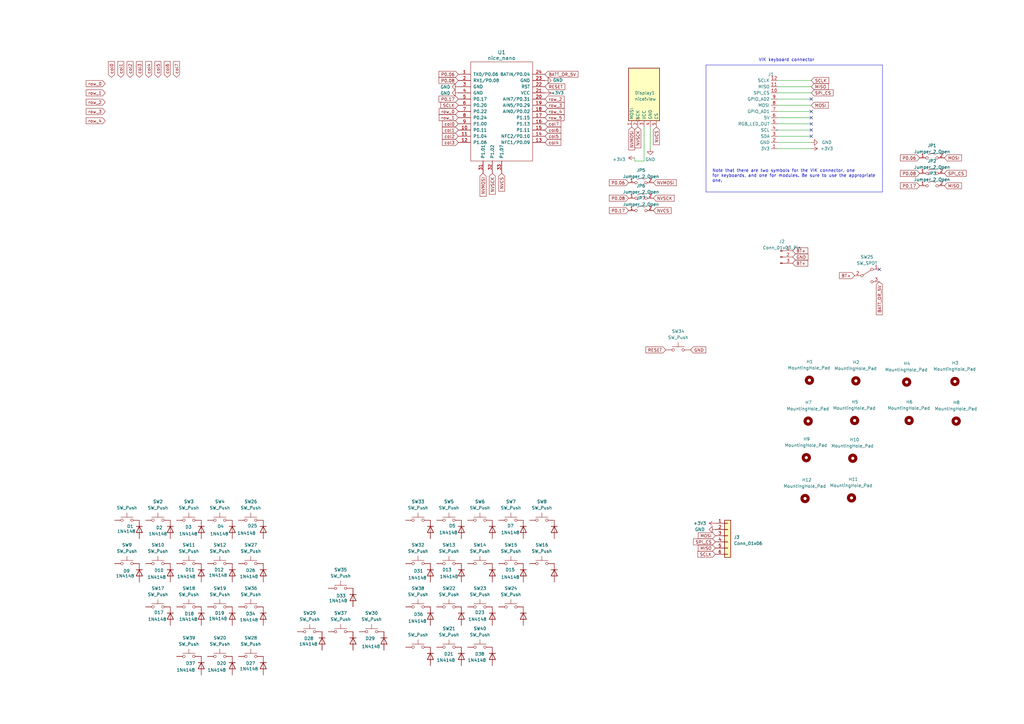
<source format=kicad_sch>
(kicad_sch (version 20231120) (generator "eeschema") (generator_version "8.0")
  (paper "A3")
  (lib_symbols
    (symbol "Connector:Conn_01x03_Pin" (pin_names (offset 1.016) hide)
      (property "Reference" "J" (at 0 5.08 0))
      (property "Value" "Conn_01x03_Pin" (at 0 -5.08 0))
      (symbol "Conn_01x03_Pin_1_1"
        (polyline (pts (xy 1.27 -2.54) (xy 0.8636 -2.54)) (stroke (width 0.1524)))
        (polyline (pts (xy 1.27 0) (xy 0.8636 0)) (stroke (width 0.1524)))
        (polyline (pts (xy 1.27 2.54) (xy 0.8636 2.54)) (stroke (width 0.1524)))
        (rectangle (start 0.8636 -2.413) (end 0 -2.667) (stroke (width 0.1524)) (fill (type outline)))
        (rectangle (start 0.8636 0.127) (end 0 -0.127) (stroke (width 0.1524)) (fill (type outline)))
        (rectangle (start 0.8636 2.667) (end 0 2.413) (stroke (width 0.1524)) (fill (type outline)))
        (pin passive line (at 5.08 2.54 180) (length 3.81) (name "Pin_1") (number "1"))
        (pin passive line (at 5.08 0 180) (length 3.81) (name "Pin_2") (number "2"))
        (pin passive line (at 5.08 -2.54 180) (length 3.81) (name "Pin_3") (number "3"))
      )
    )
    (symbol "Connector_Generic:Conn_01x06" (pin_names (offset 1.016) hide)
      (property "Reference" "J" (at 0 7.62 0))
      (property "Value" "Conn_01x06" (at 0 -10.16 0))
      (symbol "Conn_01x06_1_1"
        (rectangle (start -1.27 -7.493) (end 0 -7.747) (stroke (width 0.1524)))
        (rectangle (start -1.27 -4.953) (end 0 -5.207) (stroke (width 0.1524)))
        (rectangle (start -1.27 -2.413) (end 0 -2.667) (stroke (width 0.1524)))
        (rectangle (start -1.27 0.127) (end 0 -0.127) (stroke (width 0.1524)))
        (rectangle (start -1.27 2.667) (end 0 2.413) (stroke (width 0.1524)))
        (rectangle (start -1.27 5.207) (end 0 4.953) (stroke (width 0.1524)))
        (rectangle (start -1.27 6.35) (end 1.27 -8.89) (stroke (width 0.254)) (fill (type background)))
        (pin passive line (at -5.08 5.08 0) (length 3.81) (name "Pin_1") (number "1"))
        (pin passive line (at -5.08 2.54 0) (length 3.81) (name "Pin_2") (number "2"))
        (pin passive line (at -5.08 0 0) (length 3.81) (name "Pin_3") (number "3"))
        (pin passive line (at -5.08 -2.54 0) (length 3.81) (name "Pin_4") (number "4"))
        (pin passive line (at -5.08 -5.08 0) (length 3.81) (name "Pin_5") (number "5"))
        (pin passive line (at -5.08 -7.62 0) (length 3.81) (name "Pin_6") (number "6"))
      )
    )
    (symbol "Jumper:Jumper_2_Open" (pin_names (offset 0) hide)
      (property "Reference" "JP" (at 0 2.794 0))
      (property "Value" "Jumper_2_Open" (at 0 -2.286 0))
      (symbol "Jumper_2_Open_0_0"
        (circle (center -2.032 0) (radius 0.508))
        (circle (center 2.032 0) (radius 0.508))
      )
      (symbol "Jumper_2_Open_0_1"
        (arc (start 1.524 1.27) (mid 0 1.778) (end -1.524 1.27))
      )
      (symbol "Jumper_2_Open_1_1"
        (pin passive line (at -5.08 0 0) (length 2.54) (name "A") (number "1"))
        (pin passive line (at 5.08 0 180) (length 2.54) (name "B") (number "2"))
      )
    )
    (symbol "Mechanical:MountingHole" (pin_names (offset 1.016))
      (property "Reference" "H" (at 0 5.08 0))
      (property "Value" "MountingHole" (at 0 3.175 0))
      (symbol "MountingHole_0_1"
        (circle (center 0 0) (radius 1.27) (stroke (width 1.27)))
      )
    )
    (symbol "Switch:SW_Push" (pin_numbers hide) (pin_names (offset 1.016) hide)
      (property "Reference" "SW" (at 1.27 2.54 0))
      (property "Value" "SW_Push" (at 0 -1.524 0))
      (symbol "SW_Push_0_1"
        (circle (center -2.032 0) (radius 0.508))
        (polyline (pts (xy 0 1.27) (xy 0 3.048)))
        (polyline (pts (xy 2.54 1.27) (xy -2.54 1.27)))
        (circle (center 2.032 0) (radius 0.508))
        (pin passive line (at -5.08 0 0) (length 2.54) (name "1") (number "1"))
        (pin passive line (at 5.08 0 180) (length 2.54) (name "2") (number "2"))
      )
    )
    (symbol "Switch:SW_SPDT" (pin_names (offset 0) hide)
      (property "Reference" "SW" (at 0 4.318 0))
      (property "Value" "SW_SPDT" (at 0 -5.08 0))
      (symbol "SW_SPDT_0_0"
        (circle (center -2.032 0) (radius 0.508))
        (circle (center 2.032 -2.54) (radius 0.508))
      )
      (symbol "SW_SPDT_0_1"
        (polyline (pts (xy -1.524 0.254) (xy 1.651 2.286)))
        (circle (center 2.032 2.54) (radius 0.508))
      )
      (symbol "SW_SPDT_1_1"
        (pin passive line (at 5.08 2.54 180) (length 2.54) (name "A") (number "1"))
        (pin passive line (at -5.08 0 0) (length 2.54) (name "B") (number "2"))
        (pin passive line (at 5.08 -2.54 180) (length 2.54) (name "C") (number "3"))
      )
    )
    (symbol "alaa:Diode_1N4148" (pin_numbers hide) (pin_names (offset 1.016) hide)
      (property "Reference" "D4" (at 2.54 1.2701 90))
      (property "Value" "Diode_1N4148" (at 2.54 -1.2699 90))
      (symbol "Diode_1N4148_0_1"
        (polyline (pts (xy -1.27 1.27) (xy -1.27 -1.27)) (stroke (width 0.254)))
        (polyline (pts (xy 1.27 0) (xy -1.27 0)))
        (polyline (pts (xy 1.27 1.27) (xy 1.27 -1.27) (xy -1.27 0) (xy 1.27 1.27)) (stroke (width 0.254)))
      )
      (symbol "Diode_1N4148_1_1"
        (pin passive line (at -3.81 0 0) (length 2.54) (name "K") (number "1"))
        (pin passive line (at 3.81 0 180) (length 2.54) (name "A") (number "2"))
      )
    )
    (symbol "nice_nano:nice_nano" (pin_names (offset 1.016))
      (property "Reference" "U" (at 0 0 0))
      (property "Value" "nice_nano" (at 0 2.54 0))
      (symbol "nice_nano_0_1"
        (rectangle (start -12.7 -21.59) (end 12.7 19.05))
      )
      (symbol "nice_nano_1_1"
        (pin input line (at -17.78 13.97 0) (length 5.08) (name "TX0/P0.06") (number "1"))
        (pin input line (at -17.78 -8.89 0) (length 5.08) (name "P0.11") (number "10"))
        (pin input line (at -17.78 -11.43 0) (length 5.08) (name "P1.04") (number "11"))
        (pin input line (at -17.78 -13.97 0) (length 5.08) (name "P1.06") (number "12"))
        (pin input line (at 17.78 -13.97 180) (length 5.08) (name "NFC1/P0.09") (number "13"))
        (pin input line (at 17.78 -11.43 180) (length 5.08) (name "NFC2/P0.10") (number "14"))
        (pin input line (at 17.78 -8.89 180) (length 5.08) (name "P1.11") (number "15"))
        (pin input line (at 17.78 -6.35 180) (length 5.08) (name "P1.13") (number "16"))
        (pin input line (at 17.78 -3.81 180) (length 5.08) (name "P1.15") (number "17"))
        (pin input line (at 17.78 -1.27 180) (length 5.08) (name "AIN0/P0.02") (number "18"))
        (pin input line (at 17.78 1.27 180) (length 5.08) (name "AIN5/P0.29") (number "19"))
        (pin input line (at -17.78 11.43 0) (length 5.08) (name "RX1/P0.08") (number "2"))
        (pin input line (at 17.78 3.81 180) (length 5.08) (name "AIN7/P0.31") (number "20"))
        (pin input line (at 17.78 6.35 180) (length 5.08) (name "VCC") (number "21"))
        (pin input line (at 17.78 8.89 180) (length 5.08) (name "RST") (number "22"))
        (pin input line (at 17.78 11.43 180) (length 5.08) (name "GND") (number "23"))
        (pin input line (at 17.78 13.97 180) (length 5.08) (name "BATIN/P0.04") (number "24"))
        (pin input line (at -17.78 8.89 0) (length 5.08) (name "GND") (number "3"))
        (pin input line (at -7.62 -26.67 90) (length 5.08) (name "P1.01") (number "31"))
        (pin input line (at -3.81 -26.67 90) (length 5.08) (name "P1.02") (number "32"))
        (pin input line (at 0 -26.67 90) (length 5.08) (name "P1.07") (number "33"))
        (pin input line (at -17.78 6.35 0) (length 5.08) (name "GND") (number "4"))
        (pin input line (at -17.78 3.81 0) (length 5.08) (name "P0.17") (number "5"))
        (pin input line (at -17.78 1.27 0) (length 5.08) (name "P0.20") (number "6"))
        (pin input line (at -17.78 -1.27 0) (length 5.08) (name "P0.22") (number "7"))
        (pin input line (at -17.78 -3.81 0) (length 5.08) (name "P0.24") (number "8"))
        (pin input line (at -17.78 -6.35 0) (length 5.08) (name "P1.00") (number "9"))
      )
    )
    (symbol "nice_view:nice!view"
      (property "Reference" "Display" (at 0 12.7 0))
      (property "Value" "nice!view" (at 0 0 0))
      (symbol "nice!view_0_1"
        (rectangle (start -6.35 11.43) (end 6.35 -10.16) (stroke (width 0.254)) (fill (type background)))
      )
      (symbol "nice!view_1_1"
        (pin input line (at -5.08 -12.7 90) (length 2.54) (name "MOSI") (number "1"))
        (pin input clock (at -2.54 -12.7 90) (length 2.54) (name "SCK") (number "2"))
        (pin power_in line (at 0 -12.7 90) (length 2.54) (name "VCC") (number "3"))
        (pin power_out line (at 2.54 -12.7 90) (length 2.54) (name "GND") (number "4"))
        (pin passive line (at 5.08 -12.7 90) (length 2.54) (name "CS") (number "5"))
      )
    )
    (symbol "power:+3.3V" (power) (pin_names (offset 0))
      (property "Value" "+3.3V" (at 0 3.556 0))
      (symbol "+3.3V_0_1"
        (polyline (pts (xy -0.762 1.27) (xy 0 2.54)))
        (polyline (pts (xy 0 0) (xy 0 2.54)))
        (polyline (pts (xy 0 2.54) (xy 0.762 1.27)))
      )
      (symbol "+3.3V_1_1"
        (pin power_in line (at 0 0 90) (length 0) hide (name "+3V3") (number "1"))
      )
    )
    (symbol "power:+3V3" (power) (pin_names (offset 0))
      (property "Value" "+3V3" (at 0 3.556 0))
      (symbol "+3V3_0_1"
        (polyline (pts (xy -0.762 1.27) (xy 0 2.54)))
        (polyline (pts (xy 0 0) (xy 0 2.54)))
        (polyline (pts (xy 0 2.54) (xy 0.762 1.27)))
      )
      (symbol "+3V3_1_1"
        (pin power_in line (at 0 0 90) (length 0) hide (name "+3V3") (number "1"))
      )
    )
    (symbol "power:GND" (power) (pin_names (offset 0))
      (property "Value" "GND" (at 0 -3.81 0))
      (symbol "GND_0_1"
        (polyline (pts (xy 0 0) (xy 0 -1.27) (xy 1.27 -1.27) (xy 0 -2.54) (xy -1.27 -1.27) (xy 0 -1.27)))
      )
      (symbol "GND_1_1"
        (pin power_in line (at 0 0 270) (length 0) hide (name "GND") (number "1"))
      )
    )
    (symbol "vik:vik-keyboard-connector"
      (property "Reference" "J" (at 0 17.78 0))
      (symbol "vik-keyboard-connector_1_1"
        (pin power_out line (at 0 13.97 0) (length 2.54) (name "3V3") (number "1"))
        (pin output line (at 0 -8.89 0) (length 2.54) (name "SPI_CS") (number "10"))
        (pin output line (at 0 -11.43 0) (length 2.54) (name "MISO") (number "11"))
        (pin output line (at 0 -13.97 0) (length 2.54) (name "SCLK") (number "12"))
        (pin power_out line (at 0 11.43 0) (length 2.54) (name "GND") (number "2"))
        (pin output line (at 0 8.89 0) (length 2.54) (name "SDA") (number "3"))
        (pin output line (at 0 6.35 0) (length 2.54) (name "SCL") (number "4"))
        (pin output line (at 0 3.81 0) (length 2.54) (name "RGB_LED_OUT") (number "5"))
        (pin power_out line (at 0 1.27 0) (length 2.54) (name "5V") (number "6"))
        (pin output line (at 0 -1.27 0) (length 2.54) (name "GPIO_AD1") (number "7"))
        (pin output line (at 0 -3.81 0) (length 2.54) (name "MOSI") (number "8"))
        (pin output line (at 0 -6.35 0) (length 2.54) (name "GPIO_AD2") (number "9"))
      )
    )
  )
  (no_connect (at 332.74 55.88))
  (no_connect (at 332.74 53.34))
  (no_connect (at 332.74 48.26))
  (no_connect (at 360.68 110.49))
  (no_connect (at 332.74 50.8))
  (no_connect (at 332.74 40.64))
  (no_connect (at 332.74 45.72))
  (wire (pts (xy 318.77 40.64) (xy 332.74 40.64)))
  (wire (pts (xy 318.77 33.02) (xy 332.74 33.02)))
  (wire (pts (xy 318.77 58.42) (xy 332.74 58.42)))
  (wire (pts (xy 318.77 45.72) (xy 332.74 45.72)))
  (wire (pts (xy 318.77 48.26) (xy 332.74 48.26)))
  (wire (pts (xy 264.16 52.07) (xy 264.16 66.04)))
  (wire (pts (xy 318.77 53.34) (xy 332.74 53.34)))
  (wire (pts (xy 318.77 60.96) (xy 332.74 60.96)))
  (polyline (pts (xy 289.56 26.67) (xy 361.95 26.67)))
  (polyline (pts (xy 361.95 78.74) (xy 289.56 78.74)))
  (wire (pts (xy 318.77 55.88) (xy 332.74 55.88)))
  (wire (pts (xy 264.16 66.04) (xy 260.35 66.04)))
  (polyline (pts (xy 289.56 26.67) (xy 289.56 78.74)))
  (wire (pts (xy 260.35 66.04) (xy 260.35 64.77)))
  (wire (pts (xy 318.77 50.8) (xy 332.74 50.8)))
  (polyline (pts (xy 361.95 26.67) (xy 361.95 78.74)))
  (wire (pts (xy 266.7 52.07) (xy 266.7 60.96)))
  (wire (pts (xy 318.77 38.1) (xy 332.74 38.1)))
  (wire (pts (xy 318.77 35.56) (xy 332.74 35.56)))
  (wire (pts (xy 318.77 43.18) (xy 332.74 43.18)))
  (text "Note that there are two symbols for the VIK connector, one\nfor keyboards, and one for modules. Be sure to use the appropriate\none." (at 292.1 74.93 0) (effects (font (size 1.27 1.27)) (justify left bottom)))
  (text "VIK keyboard connector" (at 311.15 25.4 0) (effects (font (size 1.27 1.27)) (justify left bottom)))
  (global_label "NVCS" (shape input) (at 205.74 71.12 270) (property "Intersheetrefs" "${INTERSHEET_REFS}" (effects (hide yes))))
  (global_label "P0.17" (shape input) (at 257.81 86.36 180) (property "Intersheetrefs" "${INTERSHEET_REFS}" (effects (hide yes))))
  (global_label "col1" (shape input) (at 49.53 31.75 90) (property "Intersheetrefs" "${INTERSHEET_REFS}" (effects (hide yes))))
  (global_label "row_4" (shape input) (at 223.52 45.72 0) (property "Intersheetrefs" "${INTERSHEET_REFS}" (effects (hide yes))))
  (global_label "row_0" (shape input) (at 43.18 34.29 180) (property "Intersheetrefs" "${INTERSHEET_REFS}" (effects (hide yes))))
  (global_label "P0.06" (shape input) (at 187.96 30.48 180) (property "Intersheetrefs" "${INTERSHEET_REFS}" (effects (hide yes))))
  (global_label "BATT_OR_5V" (shape input) (at 360.68 115.57 270) (property "Intersheetrefs" "${INTERSHEET_REFS}" (effects (hide yes))))
  (global_label "col7" (shape input) (at 223.52 50.8 0) (property "Intersheetrefs" "${INTERSHEET_REFS}" (effects (hide yes))))
  (global_label "GND" (shape input) (at 325.12 105.41 0) (property "Intersheetrefs" "${INTERSHEET_REFS}" (effects (hide yes))))
  (global_label "row_1" (shape input) (at 43.18 38.1 180) (property "Intersheetrefs" "${INTERSHEET_REFS}" (effects (hide yes))))
  (global_label "row_3" (shape input) (at 43.18 45.72 180) (property "Intersheetrefs" "${INTERSHEET_REFS}" (effects (hide yes))))
  (global_label "NVMOSI" (shape input) (at 259.08 52.07 270) (property "Intersheetrefs" "${INTERSHEET_REFS}" (effects (hide yes))))
  (global_label "MISO" (shape input) (at 387.35 76.2 0) (property "Intersheetrefs" "${INTERSHEET_REFS}" (effects (hide yes))))
  (global_label "col6" (shape input) (at 68.58 31.75 90) (property "Intersheetrefs" "${INTERSHEET_REFS}" (effects (hide yes))))
  (global_label "row_4" (shape input) (at 43.18 49.53 180) (property "Intersheetrefs" "${INTERSHEET_REFS}" (effects (hide yes))))
  (global_label "BT+" (shape input) (at 325.12 102.87 0) (property "Intersheetrefs" "${INTERSHEET_REFS}" (effects (hide yes))))
  (global_label "NVMOSI" (shape input) (at 267.97 74.93 0) (property "Intersheetrefs" "${INTERSHEET_REFS}" (effects (hide yes))))
  (global_label "SCLK" (shape input) (at 293.37 227.33 180) (property "Intersheetrefs" "${INTERSHEET_REFS}" (effects (hide yes))))
  (global_label "SPI_CS" (shape input) (at 293.37 222.25 180) (property "Intersheetrefs" "${INTERSHEET_REFS}" (effects (hide yes))))
  (global_label "MOSI" (shape input) (at 293.37 219.71 180) (property "Intersheetrefs" "${INTERSHEET_REFS}" (effects (hide yes))))
  (global_label "SCLK" (shape input) (at 187.96 43.18 180) (property "Intersheetrefs" "${INTERSHEET_REFS}" (effects (hide yes))))
  (global_label "col2" (shape input) (at 187.96 55.88 180) (property "Intersheetrefs" "${INTERSHEET_REFS}" (effects (hide yes))))
  (global_label "col0" (shape input) (at 45.72 31.75 90) (property "Intersheetrefs" "${INTERSHEET_REFS}" (effects (hide yes))))
  (global_label "MOSI" (shape input) (at 387.35 64.77 0) (property "Intersheetrefs" "${INTERSHEET_REFS}" (effects (hide yes))))
  (global_label "row_1" (shape input) (at 187.96 48.26 180) (property "Intersheetrefs" "${INTERSHEET_REFS}" (effects (hide yes))))
  (global_label "MISO" (shape input) (at 332.74 35.56 0) (property "Intersheetrefs" "${INTERSHEET_REFS}" (effects (hide yes))))
  (global_label "MISO" (shape input) (at 293.37 224.79 180) (property "Intersheetrefs" "${INTERSHEET_REFS}" (effects (hide yes))))
  (global_label "P0.08" (shape input) (at 377.19 71.12 180) (property "Intersheetrefs" "${INTERSHEET_REFS}" (effects (hide yes))))
  (global_label "NVCS" (shape input) (at 267.97 86.36 0) (property "Intersheetrefs" "${INTERSHEET_REFS}" (effects (hide yes))))
  (global_label "SPI_CS" (shape input) (at 387.35 71.12 0) (property "Intersheetrefs" "${INTERSHEET_REFS}" (effects (hide yes))))
  (global_label "BT+" (shape input) (at 325.12 107.95 0) (property "Intersheetrefs" "${INTERSHEET_REFS}" (effects (hide yes))))
  (global_label "P0.08" (shape input) (at 187.96 33.02 180) (property "Intersheetrefs" "${INTERSHEET_REFS}" (effects (hide yes))))
  (global_label "P0.17" (shape input) (at 377.19 76.2 180) (property "Intersheetrefs" "${INTERSHEET_REFS}" (effects (hide yes))))
  (global_label "GND" (shape input) (at 283.21 143.51 0) (property "Intersheetrefs" "${INTERSHEET_REFS}" (effects (hide yes))))
  (global_label "BATT_OR_5V" (shape input) (at 223.52 30.48 0) (property "Intersheetrefs" "${INTERSHEET_REFS}" (effects (hide yes))))
  (global_label "SPI_CS" (shape input) (at 332.74 38.1 0) (property "Intersheetrefs" "${INTERSHEET_REFS}" (effects (hide yes))))
  (global_label "col4" (shape input) (at 60.96 31.75 90) (property "Intersheetrefs" "${INTERSHEET_REFS}" (effects (hide yes))))
  (global_label "RESET" (shape input) (at 273.05 143.51 180) (property "Intersheetrefs" "${INTERSHEET_REFS}" (effects (hide yes))))
  (global_label "RESET" (shape input) (at 223.52 35.56 0) (property "Intersheetrefs" "${INTERSHEET_REFS}" (effects (hide yes))))
  (global_label "col7" (shape input) (at 72.39 31.75 90) (property "Intersheetrefs" "${INTERSHEET_REFS}" (effects (hide yes))))
  (global_label "row_0" (shape input) (at 187.96 45.72 180) (property "Intersheetrefs" "${INTERSHEET_REFS}" (effects (hide yes))))
  (global_label "SCLK" (shape input) (at 332.74 33.02 0) (property "Intersheetrefs" "${INTERSHEET_REFS}" (effects (hide yes))))
  (global_label "BT+" (shape input) (at 350.52 113.03 180) (property "Intersheetrefs" "${INTERSHEET_REFS}" (effects (hide yes))))
  (global_label "row_3" (shape input) (at 223.52 43.18 0) (property "Intersheetrefs" "${INTERSHEET_REFS}" (effects (hide yes))))
  (global_label "NVCS" (shape input) (at 269.24 52.07 270) (property "Intersheetrefs" "${INTERSHEET_REFS}" (effects (hide yes))))
  (global_label "P0.17" (shape input) (at 187.96 40.64 180) (property "Intersheetrefs" "${INTERSHEET_REFS}" (effects (hide yes))))
  (global_label "P0.06" (shape input) (at 257.81 74.93 180) (property "Intersheetrefs" "${INTERSHEET_REFS}" (effects (hide yes))))
  (global_label "col4" (shape input) (at 223.52 58.42 0) (property "Intersheetrefs" "${INTERSHEET_REFS}" (effects (hide yes))))
  (global_label "col0" (shape input) (at 187.96 50.8 180) (property "Intersheetrefs" "${INTERSHEET_REFS}" (effects (hide yes))))
  (global_label "col6" (shape input) (at 223.52 53.34 0) (property "Intersheetrefs" "${INTERSHEET_REFS}" (effects (hide yes))))
  (global_label "col1" (shape input) (at 187.96 53.34 180) (property "Intersheetrefs" "${INTERSHEET_REFS}" (effects (hide yes))))
  (global_label "MOSI" (shape input) (at 332.74 43.18 0) (property "Intersheetrefs" "${INTERSHEET_REFS}" (effects (hide yes))))
  (global_label "row_2" (shape input) (at 223.52 40.64 0) (property "Intersheetrefs" "${INTERSHEET_REFS}" (effects (hide yes))))
  (global_label "col5" (shape input) (at 64.77 31.75 90) (property "Intersheetrefs" "${INTERSHEET_REFS}" (effects (hide yes))))
  (global_label "col2" (shape input) (at 53.34 31.75 90) (property "Intersheetrefs" "${INTERSHEET_REFS}" (effects (hide yes))))
  (global_label "NVSCK" (shape input) (at 201.93 71.12 270) (property "Intersheetrefs" "${INTERSHEET_REFS}" (effects (hide yes))))
  (global_label "row_2" (shape input) (at 43.18 41.91 180) (property "Intersheetrefs" "${INTERSHEET_REFS}" (effects (hide yes))))
  (global_label "row_5" (shape input) (at 223.52 48.26 0) (property "Intersheetrefs" "${INTERSHEET_REFS}" (effects (hide yes))))
  (global_label "col3" (shape input) (at 57.15 31.75 90) (property "Intersheetrefs" "${INTERSHEET_REFS}" (effects (hide yes))))
  (global_label "col3" (shape input) (at 187.96 58.42 180) (property "Intersheetrefs" "${INTERSHEET_REFS}" (effects (hide yes))))
  (global_label "P0.08" (shape input) (at 257.81 81.28 180) (property "Intersheetrefs" "${INTERSHEET_REFS}" (effects (hide yes))))
  (global_label "NVMOSI" (shape input) (at 198.12 71.12 270) (property "Intersheetrefs" "${INTERSHEET_REFS}" (effects (hide yes))))
  (global_label "P0.06" (shape input) (at 377.19 64.77 180) (property "Intersheetrefs" "${INTERSHEET_REFS}" (effects (hide yes))))
  (global_label "col5" (shape input) (at 223.52 55.88 0) (property "Intersheetrefs" "${INTERSHEET_REFS}" (effects (hide yes))))
  (global_label "NVSCK" (shape input) (at 267.97 81.28 0) (property "Intersheetrefs" "${INTERSHEET_REFS}" (effects (hide yes))))
  (global_label "NVSCK" (shape input) (at 261.62 52.07 270) (property "Intersheetrefs" "${INTERSHEET_REFS}" (effects (hide yes))))
  (symbol (lib_id "alaa:Diode_1N4148") (at 69.85 217.17 270) (unit 1)
    (property "Reference" "D2" (at 64.008 216.408 90) (effects (justify left)))
    (property "Value" "1N4148" (at 60.96 218.948 90) (effects (justify left)))
    (property "Footprint" "Diode_SMD:D_SOD-123" (effects (hide yes)))
    (property "Datasheet" "https://assets.nexperia.com/documents/data-sheet/1N4148_1N4448.pdf" (effects (hide yes)))
    (property "LCSC" "C8598" (effects (hide yes)))
  )
  (symbol (lib_id "Mechanical:MountingHole") (at 331.978 155.956 0) (unit 1)
    (property "Reference" "H1" (at 330.708 148.336 0) (effects (justify left)))
    (property "Value" "MountingHole_Pad" (at 323.088 150.876 0) (effects (justify left)))
    (property "Footprint" "Alaa:MountingHole_M3" (effects (hide yes)))
  )
  (symbol (lib_id "alaa:Diode_1N4148") (at 107.95 217.17 270) (unit 1)
    (property "Reference" "D25" (at 101.6 215.646 90) (effects (justify left)))
    (property "Value" "1N4148" (at 97.282 218.694 90) (effects (justify left)))
    (property "Footprint" "Diode_SMD:D_SOD-123" (effects (hide yes)))
    (property "Datasheet" "https://assets.nexperia.com/documents/data-sheet/1N4148_1N4448.pdf" (effects (hide yes)))
    (property "LCSC" "C8598" (effects (hide yes)))
  )
  (symbol (lib_id "Switch:SW_Push") (at 77.47 269.24 0) (unit 1)
    (property "Reference" "SW39" (at 77.47 261.62 0))
    (property "Value" "SW_Push" (at 77.47 264.16 0))
    (property "Footprint" "Alaa:Kailh_hotswap_only_MX-CHOC" (effects (hide yes)))
  )
  (symbol (lib_id "Mechanical:MountingHole") (at 351.028 156.21 0) (unit 1)
    (property "Reference" "H2" (at 349.758 148.59 0) (effects (justify left)))
    (property "Value" "MountingHole_Pad" (at 342.138 151.13 0) (effects (justify left)))
    (property "Footprint" "Alaa:MountingHole_M3" (effects (hide yes)))
  )
  (symbol (lib_id "Mechanical:MountingHole") (at 330.2 204.47 0) (unit 1)
    (property "Reference" "H12" (at 328.93 196.85 0) (effects (justify left)))
    (property "Value" "MountingHole_Pad" (at 321.31 199.39 0) (effects (justify left)))
    (property "Footprint" "Alaa:MountingHole_M3" (effects (hide yes)))
  )
  (symbol (lib_id "Switch:SW_Push") (at 184.15 231.14 0) (unit 1)
    (property "Reference" "SW13" (at 184.15 223.52 0))
    (property "Value" "SW_Push" (at 184.15 226.06 0))
    (property "Footprint" "Alaa:Kailh_hotswap_only_MX-CHOC" (effects (hide yes)))
  )
  (symbol (lib_id "vik:vik-keyboard-connector") (at 318.77 46.99 180) (unit 1)
    (property "Reference" "J1" (at 316.23 30.48 0))
    (property "Value" "~" (at 318.77 53.34 0))
    (property "Footprint" "vik:vik-keyboard-connector-horizontal" (effects (hide yes)))
    (property "LCSC" "C479750" (effects (hide yes)))
  )
  (symbol (lib_id "Mechanical:MountingHole") (at 349.758 187.96 0) (unit 1)
    (property "Reference" "H10" (at 348.488 180.34 0) (effects (justify left)))
    (property "Value" "MountingHole_Pad" (at 340.868 182.88 0) (effects (justify left)))
    (property "Footprint" "Alaa:MountingHole_M3" (effects (hide yes)))
  )
  (symbol (lib_id "Switch:SW_Push") (at 196.85 248.92 0) (unit 1)
    (property "Reference" "SW23" (at 196.85 241.3 0))
    (property "Value" "SW_Push" (at 196.85 243.84 0))
    (property "Footprint" "Alaa:Kailh_hotswap_only_MX-CHOC" (effects (hide yes)))
  )
  (symbol (lib_id "power:GND") (at 187.96 38.1 270) (unit 1)
    (property "Reference" "#PWR03" (effects (hide yes)))
    (property "Value" "GND" (at 184.7088 38.227 90) (effects (justify right)))
  )
  (symbol (lib_id "Switch:SW_Push") (at 222.25 213.36 0) (unit 1)
    (property "Reference" "SW8" (at 222.25 205.74 0))
    (property "Value" "SW_Push" (at 222.25 208.28 0))
    (property "Footprint" "Alaa:Kailh_hotswap_only_MX-CHOC" (effects (hide yes)))
  )
  (symbol (lib_id "Jumper:Jumper_2_Open") (at 382.27 76.2 0) (unit 1)
    (property "Reference" "JP3" (at 382.27 71.12 0))
    (property "Value" "Jumper_2_Open" (at 382.27 73.66 0))
    (property "Footprint" "Jumper:SolderJumper-2_P1.3mm_Open_TrianglePad1.0x1.5mm" (effects (hide yes)))
  )
  (symbol (lib_id "alaa:Diode_1N4148") (at 176.53 269.24 270) (unit 1)
    (property "Reference" "D30" (effects (hide yes)))
    (property "Value" "1N4148" (effects (hide yes)))
    (property "Footprint" "Diode_SMD:D_SOD-123" (effects (hide yes)))
    (property "Datasheet" "https://assets.nexperia.com/documents/data-sheet/1N4148_1N4448.pdf" (effects (hide yes)))
    (property "LCSC" "C8598" (effects (hide yes)))
  )
  (symbol (lib_id "Jumper:Jumper_2_Open") (at 262.89 81.28 0) (unit 1)
    (property "Reference" "JP6" (at 262.89 76.2 0))
    (property "Value" "Jumper_2_Open" (at 262.89 78.74 0))
    (property "Footprint" "Jumper:SolderJumper-2_P1.3mm_Open_TrianglePad1.0x1.5mm" (effects (hide yes)))
  )
  (symbol (lib_id "alaa:Diode_1N4148") (at 69.85 234.95 270) (unit 1)
    (property "Reference" "D10" (at 63.246 233.934 90) (effects (justify left)))
    (property "Value" "1N4148" (at 60.452 236.728 90) (effects (justify left)))
    (property "Footprint" "Diode_SMD:D_SOD-123" (effects (hide yes)))
    (property "Datasheet" "https://assets.nexperia.com/documents/data-sheet/1N4148_1N4448.pdf" (effects (hide yes)))
    (property "LCSC" "C8598" (effects (hide yes)))
  )
  (symbol (lib_id "power:+3V3") (at 332.74 60.96 270) (unit 1)
    (property "Reference" "#PWR07" (effects (hide yes)))
    (property "Value" "+3V3" (at 339.09 60.96 90))
  )
  (symbol (lib_id "Switch:SW_Push") (at 102.87 213.36 0) (unit 1)
    (property "Reference" "SW26" (at 102.87 205.74 0))
    (property "Value" "SW_Push" (at 102.87 208.28 0))
    (property "Footprint" "Alaa:Kailh_hotswap_only_MX-CHOC" (effects (hide yes)))
  )
  (symbol (lib_id "power:+3V3") (at 223.52 38.1 270) (unit 1)
    (property "Reference" "#PWR04" (effects (hide yes)))
    (property "Value" "+3V3" (at 228.6 38.1 90))
  )
  (symbol (lib_id "nice_view:nice!view") (at 264.16 39.37 0) (unit 1)
    (property "Reference" "Display1" (at 260.35 38.1031 0) (effects (justify left)))
    (property "Value" "nice!view" (at 260.35 40.64 0) (effects (justify left)))
    (property "Footprint" "Alaa:nice_view" (effects (hide yes)))
    (property "Datasheet" "https://nicekeyboards.com/docs/nice-view/pinout-schematic" (effects (hide yes)))
  )
  (symbol (lib_id "Switch:SW_Push") (at 52.07 213.36 0) (unit 1)
    (property "Reference" "SW1" (effects (hide yes)))
    (property "Value" "SW_Push" (at 52.07 208.28 0))
    (property "Footprint" "Alaa:Kailh_hotswap_only_MX-CHOC" (effects (hide yes)))
  )
  (symbol (lib_id "alaa:Diode_1N4148") (at 95.25 273.05 270) (unit 1)
    (property "Reference" "D20" (at 88.9 272.034 90) (effects (justify left)))
    (property "Value" "1N4148" (at 85.09 274.828 90) (effects (justify left)))
    (property "Footprint" "Diode_SMD:D_SOD-123" (effects (hide yes)))
    (property "Datasheet" "https://assets.nexperia.com/documents/data-sheet/1N4148_1N4448.pdf" (effects (hide yes)))
    (property "LCSC" "C8598" (effects (hide yes)))
  )
  (symbol (lib_id "Connector_Generic:Conn_01x06") (at 298.45 219.71 0) (unit 1)
    (property "Reference" "J3" (at 300.99 220.345 0) (effects (justify left)))
    (property "Value" "Conn_01x06" (at 300.99 222.885 0) (effects (justify left)))
    (property "Footprint" "Connector_PinHeader_2.54mm:PinHeader_1x06_P2.54mm_Vertical" (effects (hide yes)))
  )
  (symbol (lib_id "Switch:SW_Push") (at 171.45 265.43 0) (unit 1)
    (property "Reference" "SW31" (effects (hide yes)))
    (property "Value" "SW_Push" (at 171.45 260.35 0))
    (property "Footprint" "Alaa:Kailh_hotswap_only_MX-CHOC" (effects (hide yes)))
  )
  (symbol (lib_id "Switch:SW_Push") (at 209.55 231.14 0) (unit 1)
    (property "Reference" "SW15" (at 209.55 223.52 0))
    (property "Value" "SW_Push" (at 209.55 226.06 0))
    (property "Footprint" "Alaa:Kailh_hotswap_only_MX-CHOC" (effects (hide yes)))
  )
  (symbol (lib_id "alaa:Diode_1N4148") (at 214.63 217.17 270) (unit 1)
    (property "Reference" "D7" (at 208.026 215.646 90) (effects (justify left)))
    (property "Value" "1N4148" (at 205.486 218.44 90) (effects (justify left)))
    (property "Footprint" "Diode_SMD:D_SOD-123" (effects (hide yes)))
    (property "Datasheet" "https://assets.nexperia.com/documents/data-sheet/1N4148_1N4448.pdf" (effects (hide yes)))
    (property "LCSC" "C8598" (effects (hide yes)))
  )
  (symbol (lib_id "Switch:SW_Push") (at 222.25 231.14 0) (unit 1)
    (property "Reference" "SW16" (at 222.25 223.52 0))
    (property "Value" "SW_Push" (at 222.25 226.06 0))
    (property "Footprint" "Alaa:Kailh_hotswap_only_MX-CHOC" (effects (hide yes)))
  )
  (symbol (lib_id "alaa:Diode_1N4148") (at 201.93 217.17 270) (unit 1)
    (property "Reference" "D6" (effects (hide yes)))
    (property "Value" "1N4148" (effects (hide yes)))
    (property "Footprint" "Diode_SMD:D_SOD-123" (effects (hide yes)))
    (property "Datasheet" "https://assets.nexperia.com/documents/data-sheet/1N4148_1N4448.pdf" (effects (hide yes)))
    (property "LCSC" "C8598" (effects (hide yes)))
  )
  (symbol (lib_id "Switch:SW_Push") (at 139.7 241.3 0) (unit 1)
    (property "Reference" "SW35" (at 139.7 233.68 0))
    (property "Value" "SW_Push" (at 139.7 236.22 0))
    (property "Footprint" "Alaa:Kailh_hotswap_only_MX-CHOC" (effects (hide yes)))
  )
  (symbol (lib_id "alaa:Diode_1N4148") (at 157.48 262.89 270) (unit 1)
    (property "Reference" "D29" (at 149.86 261.874 90) (effects (justify left)))
    (property "Value" "1N4148" (at 148.336 265.176 90) (effects (justify left)))
    (property "Footprint" "Diode_SMD:D_SOD-123" (effects (hide yes)))
    (property "Datasheet" "https://assets.nexperia.com/documents/data-sheet/1N4148_1N4448.pdf" (effects (hide yes)))
    (property "LCSC" "C8598" (effects (hide yes)))
  )
  (symbol (lib_id "nice_nano:nice_nano") (at 205.74 44.45 0) (unit 1)
    (property "Reference" "U1" (at 205.74 21.4472 0) (effects (font (size 1.524 1.524))))
    (property "Value" "nice_nano" (at 205.74 23.8284 0) (effects (font (size 1.524 1.524))))
    (property "Footprint" "Keebio-Parts:nice_nano" (effects (hide yes)))
  )
  (symbol (lib_id "alaa:Diode_1N4148") (at 107.95 273.05 270) (unit 1)
    (property "Reference" "D27" (at 100.838 272.034 90) (effects (justify left)))
    (property "Value" "1N4148" (at 98.298 274.32 90) (effects (justify left)))
    (property "Footprint" "Diode_SMD:D_SOD-123" (effects (hide yes)))
    (property "Datasheet" "https://assets.nexperia.com/documents/data-sheet/1N4148_1N4448.pdf" (effects (hide yes)))
    (property "LCSC" "C8598" (effects (hide yes)))
  )
  (symbol (lib_id "alaa:Diode_1N4148") (at 227.33 234.95 270) (unit 1)
    (property "Reference" "D16" (effects (hide yes)))
    (property "Value" "1N4148" (effects (hide yes)))
    (property "Footprint" "Diode_SMD:D_SOD-123" (effects (hide yes)))
    (property "Datasheet" "https://assets.nexperia.com/documents/data-sheet/1N4148_1N4448.pdf" (effects (hide yes)))
    (property "LCSC" "C8598" (effects (hide yes)))
  )
  (symbol (lib_id "alaa:Diode_1N4148") (at 201.93 252.73 270) (unit 1)
    (property "Reference" "D23" (at 194.818 251.206 90) (effects (justify left)))
    (property "Value" "1N4148" (at 192.024 254 90) (effects (justify left)))
    (property "Footprint" "Diode_SMD:D_SOD-123" (effects (hide yes)))
    (property "Datasheet" "https://assets.nexperia.com/documents/data-sheet/1N4148_1N4448.pdf" (effects (hide yes)))
    (property "LCSC" "C8598" (effects (hide yes)))
  )
  (symbol (lib_id "alaa:Diode_1N4148") (at 214.63 234.95 270) (unit 1)
    (property "Reference" "D15" (at 207.264 233.68 90) (effects (justify left)))
    (property "Value" "1N4148" (at 205.486 236.728 90) (effects (justify left)))
    (property "Footprint" "Diode_SMD:D_SOD-123" (effects (hide yes)))
    (property "Datasheet" "https://assets.nexperia.com/documents/data-sheet/1N4148_1N4448.pdf" (effects (hide yes)))
    (property "LCSC" "C8598" (effects (hide yes)))
  )
  (symbol (lib_id "alaa:Diode_1N4148") (at 82.55 217.17 270) (unit 1)
    (property "Reference" "D3" (at 75.946 216.154 90) (effects (justify left)))
    (property "Value" "1N4148" (at 73.406 218.948 90) (effects (justify left)))
    (property "Footprint" "Diode_SMD:D_SOD-123" (effects (hide yes)))
    (property "Datasheet" "https://assets.nexperia.com/documents/data-sheet/1N4148_1N4448.pdf" (effects (hide yes)))
    (property "LCSC" "C8598" (effects (hide yes)))
  )
  (symbol (lib_id "alaa:Diode_1N4148") (at 144.78 262.89 270) (unit 1)
    (property "Reference" "D35" (effects (hide yes)))
    (property "Value" "1N4148" (effects (hide yes)))
    (property "Footprint" "Diode_SMD:D_SOD-123" (effects (hide yes)))
    (property "Datasheet" "https://assets.nexperia.com/documents/data-sheet/1N4148_1N4448.pdf" (effects (hide yes)))
    (property "LCSC" "C8598" (effects (hide yes)))
  )
  (symbol (lib_id "alaa:Diode_1N4148") (at 189.23 252.73 270) (unit 1)
    (property "Reference" "D22" (effects (hide yes)))
    (property "Value" "1N4148" (effects (hide yes)))
    (property "Footprint" "Diode_SMD:D_SOD-123" (effects (hide yes)))
    (property "Datasheet" "https://assets.nexperia.com/documents/data-sheet/1N4148_1N4448.pdf" (effects (hide yes)))
    (property "LCSC" "C8598" (effects (hide yes)))
  )
  (symbol (lib_id "alaa:Diode_1N4148") (at 82.55 273.05 270) (unit 1)
    (property "Reference" "D37" (at 76.2 272.034 90) (effects (justify left)))
    (property "Value" "1N4148" (at 72.39 274.828 90) (effects (justify left)))
    (property "Footprint" "Diode_SMD:D_SOD-123" (effects (hide yes)))
    (property "Datasheet" "https://assets.nexperia.com/documents/data-sheet/1N4148_1N4448.pdf" (effects (hide yes)))
    (property "LCSC" "C8598" (effects (hide yes)))
  )
  (symbol (lib_id "alaa:Diode_1N4148") (at 82.55 252.73 270) (unit 1)
    (property "Reference" "D18" (at 75.692 251.714 90) (effects (justify left)))
    (property "Value" "1N4148" (at 73.406 254 90) (effects (justify left)))
    (property "Footprint" "Diode_SMD:D_SOD-123" (effects (hide yes)))
    (property "Datasheet" "https://assets.nexperia.com/documents/data-sheet/1N4148_1N4448.pdf" (effects (hide yes)))
    (property "LCSC" "C8598" (effects (hide yes)))
  )
  (symbol (lib_id "Switch:SW_Push") (at 171.45 248.92 0) (unit 1)
    (property "Reference" "SW38" (at 171.45 241.3 0))
    (property "Value" "SW_Push" (at 171.45 243.84 0))
    (property "Footprint" "Alaa:Kailh_hotswap_only_MX-CHOC" (effects (hide yes)))
  )
  (symbol (lib_id "Mechanical:MountingHole") (at 391.668 156.464 0) (unit 1)
    (property "Reference" "H3" (at 390.398 148.844 0) (effects (justify left)))
    (property "Value" "MountingHole_Pad" (at 382.778 151.384 0) (effects (justify left)))
    (property "Footprint" "Alaa:MountingHole_M3" (effects (hide yes)))
  )
  (symbol (lib_id "alaa:Diode_1N4148") (at 107.95 252.73 270) (unit 1)
    (property "Reference" "D34" (at 100.838 251.714 90) (effects (justify left)))
    (property "Value" "1N4148" (at 98.298 254.254 90) (effects (justify left)))
    (property "Footprint" "Diode_SMD:D_SOD-123" (effects (hide yes)))
    (property "Datasheet" "https://assets.nexperia.com/documents/data-sheet/1N4148_1N4448.pdf" (effects (hide yes)))
    (property "LCSC" "C8598" (effects (hide yes)))
  )
  (symbol (lib_id "Switch:SW_Push") (at 184.15 213.36 0) (unit 1)
    (property "Reference" "SW5" (at 184.15 205.74 0))
    (property "Value" "SW_Push" (at 184.15 208.28 0))
    (property "Footprint" "Alaa:Kailh_hotswap_only_MX-CHOC" (effects (hide yes)))
  )
  (symbol (lib_id "Switch:SW_Push") (at 77.47 213.36 0) (unit 1)
    (property "Reference" "SW3" (at 77.47 205.74 0))
    (property "Value" "SW_Push" (at 77.47 208.28 0))
    (property "Footprint" "Alaa:Kailh_hotswap_only_MX-CHOC" (effects (hide yes)))
  )
  (symbol (lib_id "Switch:SW_SPDT") (at 355.6 113.03 0) (unit 1)
    (property "Reference" "SW25" (at 355.6 105.41 0))
    (property "Value" "SW_SPDT" (at 355.6 107.95 0))
    (property "Footprint" "Alaa:SW_CuK_OS102011MA1QN1_SPDT_Angled" (effects (hide yes)))
  )
  (symbol (lib_id "Switch:SW_Push") (at 184.15 265.43 0) (unit 1)
    (property "Reference" "SW21" (at 184.15 257.81 0))
    (property "Value" "SW_Push" (at 184.15 260.35 0))
    (property "Footprint" "Alaa:Kailh_hotswap_only_MX-CHOC" (effects (hide yes)))
  )
  (symbol (lib_id "Switch:SW_Push") (at 64.77 213.36 0) (unit 1)
    (property "Reference" "SW2" (at 64.77 205.74 0))
    (property "Value" "SW_Push" (at 64.77 208.28 0))
    (property "Footprint" "Alaa:Kailh_hotswap_only_MX-CHOC" (effects (hide yes)))
  )
  (symbol (lib_id "Mechanical:MountingHole") (at 349.25 204.216 0) (unit 1)
    (property "Reference" "H11" (at 347.98 196.596 0) (effects (justify left)))
    (property "Value" "MountingHole_Pad" (at 340.36 199.136 0) (effects (justify left)))
    (property "Footprint" "Alaa:MountingHole_M3" (effects (hide yes)))
  )
  (symbol (lib_id "alaa:Diode_1N4148") (at 189.23 269.24 270) (unit 1)
    (property "Reference" "D21" (at 182.118 268.224 90) (effects (justify left)))
    (property "Value" "1N4148" (at 179.07 270.764 90) (effects (justify left)))
    (property "Footprint" "Diode_SMD:D_SOD-123" (effects (hide yes)))
    (property "Datasheet" "https://assets.nexperia.com/documents/data-sheet/1N4148_1N4448.pdf" (effects (hide yes)))
    (property "LCSC" "C8598" (effects (hide yes)))
  )
  (symbol (lib_id "Mechanical:MountingHole") (at 371.856 156.718 0) (unit 1)
    (property "Reference" "H4" (at 370.586 149.098 0) (effects (justify left)))
    (property "Value" "MountingHole_Pad" (at 362.966 151.638 0) (effects (justify left)))
    (property "Footprint" "Alaa:MountingHole_M3" (effects (hide yes)))
  )
  (symbol (lib_id "Switch:SW_Push") (at 209.55 213.36 0) (unit 1)
    (property "Reference" "SW7" (at 209.55 205.74 0))
    (property "Value" "SW_Push" (at 209.55 208.28 0))
    (property "Footprint" "Alaa:Kailh_hotswap_only_MX-CHOC" (effects (hide yes)))
  )
  (symbol (lib_id "alaa:Diode_1N4148") (at 95.25 252.73 270) (unit 1)
    (property "Reference" "D19" (at 88.138 251.46 90) (effects (justify left)))
    (property "Value" "1N4148" (at 85.598 253.746 90) (effects (justify left)))
    (property "Footprint" "Diode_SMD:D_SOD-123" (effects (hide yes)))
    (property "Datasheet" "https://assets.nexperia.com/documents/data-sheet/1N4148_1N4448.pdf" (effects (hide yes)))
    (property "LCSC" "C8598" (effects (hide yes)))
  )
  (symbol (lib_id "Switch:SW_Push") (at 171.45 231.14 0) (unit 1)
    (property "Reference" "SW32" (at 171.45 223.52 0))
    (property "Value" "SW_Push" (at 171.45 226.06 0))
    (property "Footprint" "Alaa:Kailh_hotswap_only_MX-CHOC" (effects (hide yes)))
  )
  (symbol (lib_id "alaa:Diode_1N4148") (at 95.25 217.17 270) (unit 1)
    (property "Reference" "D4" (at 89.154 215.9 90) (effects (justify left)))
    (property "Value" "1N4148" (at 86.106 218.948 90) (effects (justify left)))
    (property "Footprint" "Diode_SMD:D_SOD-123" (effects (hide yes)))
    (property "Datasheet" "https://assets.nexperia.com/documents/data-sheet/1N4148_1N4448.pdf" (effects (hide yes)))
    (property "LCSC" "C8598" (effects (hide yes)))
  )
  (symbol (lib_id "Mechanical:MountingHole") (at 331.47 172.72 0) (unit 1)
    (property "Reference" "H7" (at 330.2 165.1 0) (effects (justify left)))
    (property "Value" "MountingHole_Pad" (at 322.58 167.64 0) (effects (justify left)))
    (property "Footprint" "Alaa:MountingHole_M3" (effects (hide yes)))
  )
  (symbol (lib_id "Switch:SW_Push") (at 102.87 248.92 0) (unit 1)
    (property "Reference" "SW36" (at 102.87 241.3 0))
    (property "Value" "SW_Push" (at 102.87 243.84 0))
    (property "Footprint" "Alaa:Kailh_hotswap_only_MX-CHOC" (effects (hide yes)))
  )
  (symbol (lib_id "Mechanical:MountingHole") (at 330.708 187.706 0) (unit 1)
    (property "Reference" "H9" (at 329.438 180.086 0) (effects (justify left)))
    (property "Value" "MountingHole_Pad" (at 321.818 182.626 0) (effects (justify left)))
    (property "Footprint" "Alaa:MountingHole_M3" (effects (hide yes)))
  )
  (symbol (lib_id "Switch:SW_Push") (at 196.85 265.43 0) (unit 1)
    (property "Reference" "SW40" (at 196.85 257.81 0))
    (property "Value" "SW_Push" (at 196.85 260.35 0))
    (property "Footprint" "Alaa:Kailh_hotswap_only_MX-CHOC" (effects (hide yes)))
  )
  (symbol (lib_id "Switch:SW_Push") (at 90.17 248.92 0) (unit 1)
    (property "Reference" "SW19" (at 90.17 241.3 0))
    (property "Value" "SW_Push" (at 90.17 243.84 0))
    (property "Footprint" "Alaa:Kailh_hotswap_only_MX-CHOC" (effects (hide yes)))
  )
  (symbol (lib_id "Switch:SW_Push") (at 102.87 269.24 0) (unit 1)
    (property "Reference" "SW28" (at 102.87 261.62 0))
    (property "Value" "SW_Push" (at 102.87 264.16 0))
    (property "Footprint" "Alaa:Kailh_hotswap_only_MX-CHOC" (effects (hide yes)))
  )
  (symbol (lib_id "Switch:SW_Push") (at 90.17 269.24 0) (unit 1)
    (property "Reference" "SW20" (at 90.17 261.62 0))
    (property "Value" "SW_Push" (at 90.17 264.16 0))
    (property "Footprint" "Alaa:Kailh_hotswap_only_MX-CHOC" (effects (hide yes)))
  )
  (symbol (lib_id "alaa:Diode_1N4148") (at 144.78 245.11 270) (unit 1)
    (property "Reference" "D33" (at 137.922 244.348 90) (effects (justify left)))
    (property "Value" "1N4148" (at 134.874 246.38 90) (effects (justify left)))
    (property "Footprint" "Diode_SMD:D_SOD-123" (effects (hide yes)))
    (property "Datasheet" "https://assets.nexperia.com/documents/data-sheet/1N4148_1N4448.pdf" (effects (hide yes)))
    (property "LCSC" "C8598" (effects (hide yes)))
  )
  (symbol (lib_id "Switch:SW_Push") (at 139.7 259.08 0) (unit 1)
    (property "Reference" "SW37" (at 139.7 251.46 0))
    (property "Value" "SW_Push" (at 139.7 254 0))
    (property "Footprint" "Alaa:Kailh_hotswap_only_MX-CHOC" (effects (hide yes)))
  )
  (symbol (lib_id "Switch:SW_Push") (at 90.17 231.14 0) (unit 1)
    (property "Reference" "SW12" (at 90.17 223.52 0))
    (property "Value" "SW_Push" (at 90.17 226.06 0))
    (property "Footprint" "Alaa:Kailh_hotswap_only_MX-CHOC" (effects (hide yes)))
  )
  (symbol (lib_id "alaa:Diode_1N4148") (at 214.63 252.73 270) (unit 1)
    (property "Reference" "D24" (effects (hide yes)))
    (property "Value" "1N4148" (effects (hide yes)))
    (property "Footprint" "Diode_SMD:D_SOD-123" (effects (hide yes)))
    (property "Datasheet" "https://assets.nexperia.com/documents/data-sheet/1N4148_1N4448.pdf" (effects (hide yes)))
    (property "LCSC" "C8598" (effects (hide yes)))
  )
  (symbol (lib_id "alaa:Diode_1N4148") (at 201.93 269.24 270) (unit 1)
    (property "Reference" "D38" (at 194.818 268.224 90) (effects (justify left)))
    (property "Value" "1N4148" (at 191.77 270.764 90) (effects (justify left)))
    (property "Footprint" "Diode_SMD:D_SOD-123" (effects (hide yes)))
    (property "Datasheet" "https://assets.nexperia.com/documents/data-sheet/1N4148_1N4448.pdf" (effects (hide yes)))
    (property "LCSC" "C8598" (effects (hide yes)))
  )
  (symbol (lib_id "alaa:Diode_1N4148") (at 82.55 234.95 270) (unit 1)
    (property "Reference" "D11" (at 75.946 233.68 90) (effects (justify left)))
    (property "Value" "1N4148" (at 72.644 236.474 90) (effects (justify left)))
    (property "Footprint" "Diode_SMD:D_SOD-123" (effects (hide yes)))
    (property "Datasheet" "https://assets.nexperia.com/documents/data-sheet/1N4148_1N4448.pdf" (effects (hide yes)))
    (property "LCSC" "C8598" (effects (hide yes)))
  )
  (symbol (lib_id "Switch:SW_Push") (at 64.77 248.92 0) (unit 1)
    (property "Reference" "SW17" (at 64.77 241.3 0))
    (property "Value" "SW_Push" (at 64.77 243.84 0))
    (property "Footprint" "Alaa:Kailh_hotswap_only_MX-CHOC" (effects (hide yes)))
  )
  (symbol (lib_id "alaa:Diode_1N4148") (at 189.23 234.95 270) (unit 1)
    (property "Reference" "D13" (at 181.356 233.68 90) (effects (justify left)))
    (property "Value" "1N4148" (at 180.34 236.474 90) (effects (justify left)))
    (property "Footprint" "Diode_SMD:D_SOD-123" (effects (hide yes)))
    (property "Datasheet" "https://assets.nexperia.com/documents/data-sheet/1N4148_1N4448.pdf" (effects (hide yes)))
    (property "LCSC" "C8598" (effects (hide yes)))
  )
  (symbol (lib_id "Jumper:Jumper_2_Open") (at 262.89 86.36 0) (unit 1)
    (property "Reference" "JP7" (at 262.89 81.28 0))
    (property "Value" "Jumper_2_Open" (at 262.89 83.82 0))
    (property "Footprint" "Jumper:SolderJumper-2_P1.3mm_Open_TrianglePad1.0x1.5mm" (effects (hide yes)))
  )
  (symbol (lib_id "power:GND") (at 223.52 33.02 90) (unit 1)
    (property "Reference" "#PWR01" (effects (hide yes)))
    (property "Value" "GND" (at 226.7712 32.893 90) (effects (justify right)))
  )
  (symbol (lib_id "Switch:SW_Push") (at 196.85 213.36 0) (unit 1)
    (property "Reference" "SW6" (at 196.85 205.74 0))
    (property "Value" "SW_Push" (at 196.85 208.28 0))
    (property "Footprint" "Alaa:Kailh_hotswap_only_MX-CHOC" (effects (hide yes)))
  )
  (symbol (lib_id "Switch:SW_Push") (at 64.77 231.14 0) (unit 1)
    (property "Reference" "SW10" (at 64.77 223.52 0))
    (property "Value" "SW_Push" (at 64.77 226.06 0))
    (property "Footprint" "Alaa:Kailh_hotswap_only_MX-CHOC" (effects (hide yes)))
  )
  (symbol (lib_id "Connector:Conn_01x03_Pin") (at 320.04 105.41 0) (unit 1)
    (property "Reference" "J2" (at 320.675 99.06 0))
    (property "Value" "Conn_01x03_Pin" (at 320.675 101.6 0))
    (property "Footprint" "Alaa:3JST_BAT" (effects (hide yes)))
  )
  (symbol (lib_id "alaa:Diode_1N4148") (at 95.25 234.95 270) (unit 1)
    (property "Reference" "D12" (at 87.884 233.68 90) (effects (justify left)))
    (property "Value" "1N4148" (at 85.598 235.966 90) (effects (justify left)))
    (property "Footprint" "Diode_SMD:D_SOD-123" (effects (hide yes)))
    (property "Datasheet" "https://assets.nexperia.com/documents/data-sheet/1N4148_1N4448.pdf" (effects (hide yes)))
    (property "LCSC" "C8598" (effects (hide yes)))
  )
  (symbol (lib_id "alaa:Diode_1N4148") (at 176.53 252.73 270) (unit 1)
    (property "Reference" "D36" (at 169.672 251.968 90) (effects (justify left)))
    (property "Value" "1N4148" (at 167.386 254.762 90) (effects (justify left)))
    (property "Footprint" "Diode_SMD:D_SOD-123" (effects (hide yes)))
    (property "Datasheet" "https://assets.nexperia.com/documents/data-sheet/1N4148_1N4448.pdf" (effects (hide yes)))
    (property "LCSC" "C8598" (effects (hide yes)))
  )
  (symbol (lib_id "Mechanical:MountingHole") (at 392.176 172.72 0) (unit 1)
    (property "Reference" "H8" (at 390.906 165.1 0) (effects (justify left)))
    (property "Value" "MountingHole_Pad" (at 383.286 167.64 0) (effects (justify left)))
    (property "Footprint" "Alaa:MountingHole_M3" (effects (hide yes)))
  )
  (symbol (lib_id "alaa:Diode_1N4148") (at 132.08 262.89 270) (unit 1)
    (property "Reference" "D28" (at 124.714 261.874 90) (effects (justify left)))
    (property "Value" "1N4148" (at 122.682 264.16 90) (effects (justify left)))
    (property "Footprint" "Diode_SMD:D_SOD-123" (effects (hide yes)))
    (property "Datasheet" "https://assets.nexperia.com/documents/data-sheet/1N4148_1N4448.pdf" (effects (hide yes)))
    (property "LCSC" "C8598" (effects (hide yes)))
  )
  (symbol (lib_id "Switch:SW_Push") (at 90.17 213.36 0) (unit 1)
    (property "Reference" "SW4" (at 90.17 205.74 0))
    (property "Value" "SW_Push" (at 90.17 208.28 0))
    (property "Footprint" "Alaa:Kailh_hotswap_only_MX-CHOC" (effects (hide yes)))
  )
  (symbol (lib_id "Mechanical:MountingHole") (at 350.52 172.466 0) (unit 1)
    (property "Reference" "H5" (at 349.25 164.846 0) (effects (justify left)))
    (property "Value" "MountingHole_Pad" (at 341.63 167.386 0) (effects (justify left)))
    (property "Footprint" "Alaa:MountingHole_M3" (effects (hide yes)))
  )
  (symbol (lib_id "power:GND") (at 332.74 58.42 90) (mirror x) (unit 1)
    (property "Reference" "#PWR05" (effects (hide yes)))
    (property "Value" "GND" (at 339.09 58.42 90))
  )
  (symbol (lib_id "alaa:Diode_1N4148") (at 176.53 217.17 270) (unit 1)
    (property "Reference" "D32" (effects (hide yes)))
    (property "Value" "1N4148" (effects (hide yes)))
    (property "Footprint" "Diode_SMD:D_SOD-123" (effects (hide yes)))
    (property "Datasheet" "https://assets.nexperia.com/documents/data-sheet/1N4148_1N4448.pdf" (effects (hide yes)))
    (property "LCSC" "C8598" (effects (hide yes)))
  )
  (symbol (lib_id "alaa:Diode_1N4148") (at 176.53 234.95 270) (unit 1)
    (property "Reference" "D31" (at 169.672 234.188 90) (effects (justify left)))
    (property "Value" "1N4148" (at 167.386 236.982 90) (effects (justify left)))
    (property "Footprint" "Diode_SMD:D_SOD-123" (effects (hide yes)))
    (property "Datasheet" "https://assets.nexperia.com/documents/data-sheet/1N4148_1N4448.pdf" (effects (hide yes)))
    (property "LCSC" "C8598" (effects (hide yes)))
  )
  (symbol (lib_id "alaa:Diode_1N4148") (at 227.33 217.17 270) (unit 1)
    (property "Reference" "D8" (effects (hide yes)))
    (property "Value" "1N4148" (effects (hide yes)))
    (property "Footprint" "Diode_SMD:D_SOD-123" (effects (hide yes)))
    (property "Datasheet" "https://assets.nexperia.com/documents/data-sheet/1N4148_1N4448.pdf" (effects (hide yes)))
    (property "LCSC" "C8598" (effects (hide yes)))
  )
  (symbol (lib_id "Jumper:Jumper_2_Open") (at 382.27 64.77 0) (unit 1)
    (property "Reference" "JP1" (at 382.27 59.69 0))
    (property "Value" "Jumper_2_Open" (at 382.27 62.23 0))
    (property "Footprint" "Jumper:SolderJumper-2_P1.3mm_Open_TrianglePad1.0x1.5mm" (effects (hide yes)))
  )
  (symbol (lib_id "Switch:SW_Push") (at 102.87 231.14 0) (unit 1)
    (property "Reference" "SW27" (at 102.87 223.52 0))
    (property "Value" "SW_Push" (at 102.87 226.06 0))
    (property "Footprint" "Alaa:Kailh_hotswap_only_MX-CHOC" (effects (hide yes)))
  )
  (symbol (lib_id "Switch:SW_Push") (at 52.07 231.14 0) (unit 1)
    (property "Reference" "SW9" (at 52.07 223.52 0))
    (property "Value" "SW_Push" (at 52.07 226.06 0))
    (property "Footprint" "Alaa:Kailh_hotswap_only_MX-CHOC" (effects (hide yes)))
  )
  (symbol (lib_id "Jumper:Jumper_2_Open") (at 262.89 74.93 0) (unit 1)
    (property "Reference" "JP5" (at 262.89 69.85 0))
    (property "Value" "Jumper_2_Open" (at 262.89 72.39 0))
    (property "Footprint" "Jumper:SolderJumper-2_P1.3mm_Open_TrianglePad1.0x1.5mm" (effects (hide yes)))
  )
  (symbol (lib_id "power:GND") (at 187.96 35.56 270) (unit 1)
    (property "Reference" "#PWR02" (effects (hide yes)))
    (property "Value" "GND" (at 184.7088 35.687 90) (effects (justify right)))
  )
  (symbol (lib_id "Switch:SW_Push") (at 152.4 259.08 0) (unit 1)
    (property "Reference" "SW30" (at 152.4 251.46 0))
    (property "Value" "SW_Push" (at 152.4 254 0))
    (property "Footprint" "Alaa:Kailh_hotswap_only_MX-CHOC" (effects (hide yes)))
  )
  (symbol (lib_id "alaa:Diode_1N4148") (at 57.15 234.95 270) (unit 1)
    (property "Reference" "D9" (at 50.546 234.188 90) (effects (justify left)))
    (property "Value" "1N4148" (at 47.498 236.22 90) (effects (justify left)))
    (property "Footprint" "Diode_SMD:D_SOD-123" (effects (hide yes)))
    (property "Datasheet" "https://assets.nexperia.com/documents/data-sheet/1N4148_1N4448.pdf" (effects (hide yes)))
    (property "LCSC" "C8598" (effects (hide yes)))
  )
  (symbol (lib_id "alaa:Diode_1N4148") (at 201.93 234.95 270) (unit 1)
    (property "Reference" "D14" (effects (hide yes)))
    (property "Value" "1N4148" (effects (hide yes)))
    (property "Footprint" "Diode_SMD:D_SOD-123" (effects (hide yes)))
    (property "Datasheet" "https://assets.nexperia.com/documents/data-sheet/1N4148_1N4448.pdf" (effects (hide yes)))
    (property "LCSC" "C8598" (effects (hide yes)))
  )
  (symbol (lib_id "alaa:Diode_1N4148") (at 107.95 234.95 270) (unit 1)
    (property "Reference" "D26" (at 100.838 233.934 90) (effects (justify left)))
    (property "Value" "1N4148" (at 98.298 236.474 90) (effects (justify left)))
    (property "Footprint" "Diode_SMD:D_SOD-123" (effects (hide yes)))
    (property "Datasheet" "https://assets.nexperia.com/documents/data-sheet/1N4148_1N4448.pdf" (effects (hide yes)))
    (property "LCSC" "C8598" (effects (hide yes)))
  )
  (symbol (lib_id "power:+3V3") (at 293.37 214.63 90) (unit 1)
    (property "Reference" "#PWR010" (effects (hide yes)))
    (property "Value" "+3V3" (at 287.02 214.63 90))
  )
  (symbol (lib_id "Switch:SW_Push") (at 184.15 248.92 0) (unit 1)
    (property "Reference" "SW22" (at 184.15 241.3 0))
    (property "Value" "SW_Push" (at 184.15 243.84 0))
    (property "Footprint" "Alaa:Kailh_hotswap_only_MX-CHOC" (effects (hide yes)))
  )
  (symbol (lib_id "Switch:SW_Push") (at 278.13 143.51 0) (unit 1)
    (property "Reference" "SW34" (at 278.13 135.89 0))
    (property "Value" "SW_Push" (at 278.13 138.43 0))
    (property "Footprint" "Alaa:ResetSW" (effects (hide yes)))
  )
  (symbol (lib_id "alaa:Diode_1N4148") (at 189.23 217.17 270) (unit 1)
    (property "Reference" "D5" (at 184.15 215.646 90) (effects (justify left)))
    (property "Value" "1N4148" (at 180.086 218.44 90) (effects (justify left)))
    (property "Footprint" "Diode_SMD:D_SOD-123" (effects (hide yes)))
    (property "Datasheet" "https://assets.nexperia.com/documents/data-sheet/1N4148_1N4448.pdf" (effects (hide yes)))
    (property "LCSC" "C8598" (effects (hide yes)))
  )
  (symbol (lib_id "Switch:SW_Push") (at 196.85 231.14 0) (unit 1)
    (property "Reference" "SW14" (at 196.85 223.52 0))
    (property "Value" "SW_Push" (at 196.85 226.06 0))
    (property "Footprint" "Alaa:Kailh_hotswap_only_MX-CHOC" (effects (hide yes)))
  )
  (symbol (lib_id "power:GND") (at 266.7 60.96 0) (unit 1)
    (property "Reference" "#PWR06" (effects (hide yes)))
    (property "Value" "GND" (at 266.7 65.4034 0))
  )
  (symbol (lib_id "power:+3.3V") (at 260.35 64.77 90) (unit 1)
    (property "Reference" "#PWR08" (effects (hide yes)))
    (property "Value" "+3V3" (at 256.54 65.405 90) (effects (justify left)))
  )
  (symbol (lib_id "power:GND") (at 293.37 217.17 270) (mirror x) (unit 1)
    (property "Reference" "#PWR09" (effects (hide yes)))
    (property "Value" "GND" (at 287.02 217.17 90))
  )
  (symbol (lib_id "alaa:Diode_1N4148") (at 69.85 252.73 270) (unit 1)
    (property "Reference" "D17" (at 63.1979 251.206 90) (effects (justify left)))
    (property "Value" "1N4148" (at 60.6579 254 90) (effects (justify left)))
    (property "Footprint" "Diode_SMD:D_SOD-123" (effects (hide yes)))
    (property "Datasheet" "https://assets.nexperia.com/documents/data-sheet/1N4148_1N4448.pdf" (effects (hide yes)))
    (property "LCSC" "C8598" (effects (hide yes)))
  )
  (symbol (lib_id "Switch:SW_Push") (at 171.45 213.36 0) (unit 1)
    (property "Reference" "SW33" (at 171.45 205.74 0))
    (property "Value" "SW_Push" (at 171.45 208.28 0))
    (property "Footprint" "Alaa:Kailh_hotswap_only_MX-CHOC" (effects (hide yes)))
  )
  (symbol (lib_id "Mechanical:MountingHole") (at 372.872 172.466 0) (unit 1)
    (property "Reference" "H6" (at 371.602 164.846 0) (effects (justify left)))
    (property "Value" "MountingHole_Pad" (at 363.982 167.386 0) (effects (justify left)))
    (property "Footprint" "Alaa:MountingHole_M3" (effects (hide yes)))
  )
  (symbol (lib_id "Switch:SW_Push") (at 77.47 248.92 0) (unit 1)
    (property "Reference" "SW18" (at 77.47 241.3 0))
    (property "Value" "SW_Push" (at 77.47 243.84 0))
    (property "Footprint" "Alaa:Kailh_hotswap_only_MX-CHOC" (effects (hide yes)))
  )
  (symbol (lib_id "Switch:SW_Push") (at 209.55 248.92 0) (unit 1)
    (property "Reference" "SW24" (at 209.55 241.3 0))
    (property "Value" "SW_Push" (at 209.55 243.84 0))
    (property "Footprint" "Alaa:Kailh_hotswap_only_MX-CHOC" (effects (hide yes)))
  )
  (symbol (lib_id "alaa:Diode_1N4148") (at 57.15 217.17 270) (unit 1)
    (property "Reference" "D1" (at 52.07 215.9 90) (effects (justify left)))
    (property "Value" "1N4148" (at 48.006 217.932 90) (effects (justify left)))
    (property "Footprint" "Diode_SMD:D_SOD-123" (effects (hide yes)))
    (property "Datasheet" "https://assets.nexperia.com/documents/data-sheet/1N4148_1N4448.pdf" (effects (hide yes)))
    (property "LCSC" "C8598" (effects (hide yes)))
  )
  (symbol (lib_id "Switch:SW_Push") (at 77.47 231.14 0) (unit 1)
    (property "Reference" "SW11" (at 77.47 223.52 0))
    (property "Value" "SW_Push" (at 77.47 226.06 0))
    (property "Footprint" "Alaa:Kailh_hotswap_only_MX-CHOC" (effects (hide yes)))
  )
  (symbol (lib_id "Jumper:Jumper_2_Open") (at 382.27 71.12 0) (unit 1)
    (property "Reference" "JP2" (at 382.27 66.04 0))
    (property "Value" "Jumper_2_Open" (at 382.27 68.58 0))
    (property "Footprint" "Jumper:SolderJumper-2_P1.3mm_Open_TrianglePad1.0x1.5mm" (effects (hide yes)))
  )
  (symbol (lib_id "Switch:SW_Push") (at 127 259.08 0) (unit 1)
    (property "Reference" "SW29" (at 127 251.46 0))
    (property "Value" "SW_Push" (at 127 254 0))
    (property "Footprint" "Alaa:Kailh_hotswap_only_MX-CHOC" (effects (hide yes)))
  )
)
</source>
